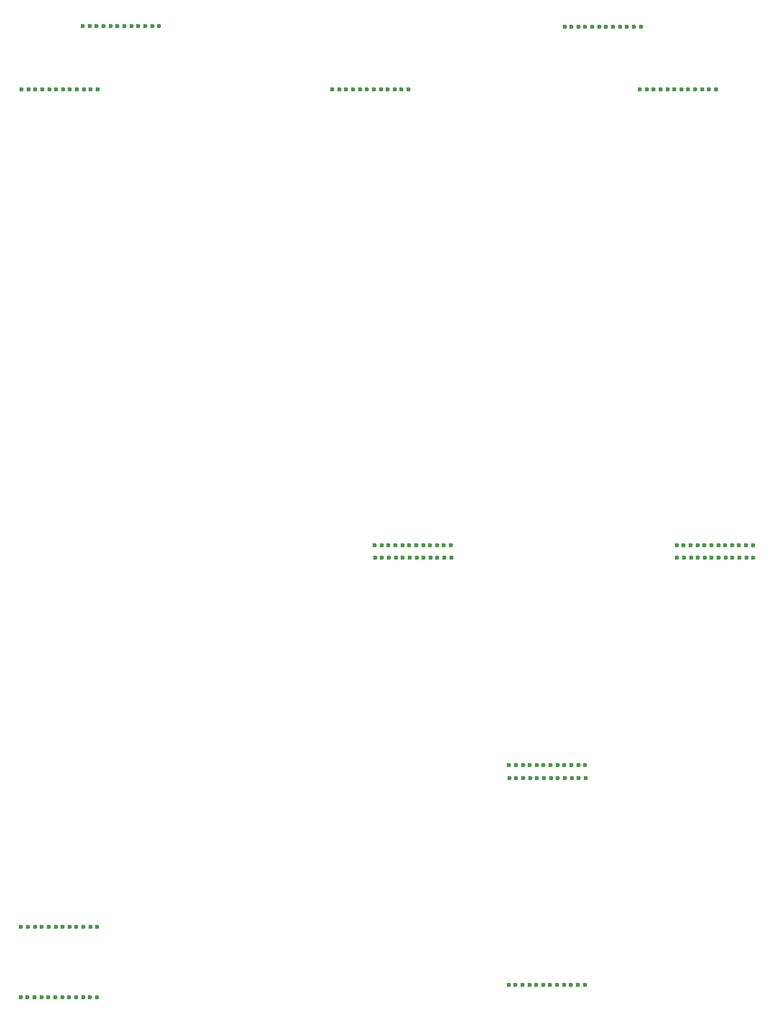
<source format=gbr>
%TF.GenerationSoftware,KiCad,Pcbnew,(6.0.5)*%
%TF.CreationDate,2022-08-06T09:39:30+09:00*%
%TF.ProjectId,ergotonic_f24_parts,6572676f-746f-46e6-9963-5f6632345f70,rev?*%
%TF.SameCoordinates,Original*%
%TF.FileFunction,Soldermask,Top*%
%TF.FilePolarity,Negative*%
%FSLAX46Y46*%
G04 Gerber Fmt 4.6, Leading zero omitted, Abs format (unit mm)*
G04 Created by KiCad (PCBNEW (6.0.5)) date 2022-08-06 09:39:30*
%MOMM*%
%LPD*%
G01*
G04 APERTURE LIST*
%ADD10C,0.600000*%
G04 APERTURE END LIST*
D10*
%TO.C,mb8*%
X-72250000Y-123050000D03*
X-65050000Y-123050000D03*
X-73150000Y-123050000D03*
X-67750000Y-123050000D03*
X-69550000Y-123050000D03*
X-71350000Y-123050000D03*
X-74050000Y-123050000D03*
X-70450000Y-123050000D03*
X-65950000Y-123050000D03*
X-68650000Y-123050000D03*
X-66850000Y-123050000D03*
X-74950000Y-123050000D03*
%TD*%
%TO.C,mb29*%
X-49800000Y-6750000D03*
X-53400000Y-6750000D03*
X-51600000Y-6750000D03*
X-55200000Y-6750000D03*
X-48000000Y-6750000D03*
X-57900000Y-6750000D03*
X-52500000Y-6750000D03*
X-56100000Y-6750000D03*
X-54300000Y-6750000D03*
X-50700000Y-6750000D03*
X-57000000Y-6750000D03*
X-48900000Y-6750000D03*
%TD*%
%TO.C,mb15*%
X-74900000Y-94500000D03*
X-68600000Y-94500000D03*
X-67700000Y-94500000D03*
X-66800000Y-94500000D03*
X-65900000Y-94500000D03*
X-65000000Y-94500000D03*
X-72200000Y-94500000D03*
X-73100000Y-94500000D03*
X-74000000Y-94500000D03*
X-69500000Y-94500000D03*
X-71300000Y-94500000D03*
X-70400000Y-94500000D03*
%TD*%
%TO.C,mb1*%
X-129350000Y-124650000D03*
X-128450000Y-124650000D03*
X-132950000Y-124650000D03*
X-134750000Y-124650000D03*
X-132050000Y-124650000D03*
X-130250000Y-124650000D03*
X-131150000Y-124650000D03*
X-136550000Y-124650000D03*
X-133850000Y-124650000D03*
X-137450000Y-124650000D03*
X-138350000Y-124650000D03*
X-135650000Y-124650000D03*
%TD*%
%TO.C,mb27*%
X-57775000Y1375000D03*
X-62275000Y1375000D03*
X-58675000Y1375000D03*
X-67675000Y1375000D03*
X-65875000Y1375000D03*
X-64975000Y1375000D03*
X-66775000Y1375000D03*
X-59575000Y1375000D03*
X-60475000Y1375000D03*
X-63175000Y1375000D03*
X-61375000Y1375000D03*
X-64075000Y1375000D03*
%TD*%
%TO.C,mb12*%
X-51250000Y-67600000D03*
X-47650000Y-67600000D03*
X-48550000Y-67600000D03*
X-43150000Y-67600000D03*
X-44950000Y-67600000D03*
X-44050000Y-67600000D03*
X-49450000Y-67600000D03*
X-45850000Y-67600000D03*
X-52150000Y-67600000D03*
X-53050000Y-67600000D03*
X-50350000Y-67600000D03*
X-46750000Y-67600000D03*
%TD*%
%TO.C,mb30*%
X-87950000Y-6750000D03*
X-97850000Y-6750000D03*
X-93350000Y-6750000D03*
X-89750000Y-6750000D03*
X-88850000Y-6750000D03*
X-92450000Y-6750000D03*
X-95150000Y-6750000D03*
X-91550000Y-6750000D03*
X-96050000Y-6750000D03*
X-94250000Y-6750000D03*
X-90650000Y-6750000D03*
X-96950000Y-6750000D03*
%TD*%
%TO.C,mb19*%
X-90550000Y-66000000D03*
X-85150000Y-66000000D03*
X-82450000Y-66000000D03*
X-87850000Y-66000000D03*
X-86950000Y-66000000D03*
X-92350000Y-66000000D03*
X-83350000Y-66000000D03*
X-89650000Y-66000000D03*
X-86050000Y-66000000D03*
X-88750000Y-66000000D03*
X-91450000Y-66000000D03*
X-84250000Y-66000000D03*
%TD*%
%TO.C,mb20*%
X-89600000Y-67600000D03*
X-86000000Y-67600000D03*
X-84200000Y-67600000D03*
X-91400000Y-67600000D03*
X-87800000Y-67600000D03*
X-92300000Y-67600000D03*
X-90500000Y-67600000D03*
X-88700000Y-67600000D03*
X-82400000Y-67600000D03*
X-83300000Y-67600000D03*
X-86900000Y-67600000D03*
X-85100000Y-67600000D03*
%TD*%
%TO.C,mb27*%
X-130150000Y-6750000D03*
X-133750000Y-6750000D03*
X-137350000Y-6750000D03*
X-134650000Y-6750000D03*
X-132850000Y-6750000D03*
X-135550000Y-6750000D03*
X-136450000Y-6750000D03*
X-131050000Y-6750000D03*
X-129250000Y-6750000D03*
X-138250000Y-6750000D03*
X-131950000Y-6750000D03*
X-128350000Y-6750000D03*
%TD*%
%TO.C,mb2*%
X-129300000Y-115500000D03*
X-133800000Y-115500000D03*
X-128400000Y-115500000D03*
X-131100000Y-115500000D03*
X-132000000Y-115500000D03*
X-130200000Y-115500000D03*
X-136500000Y-115500000D03*
X-135600000Y-115500000D03*
X-138300000Y-115500000D03*
X-132900000Y-115500000D03*
X-137400000Y-115500000D03*
X-134700000Y-115500000D03*
%TD*%
%TO.C,mb16*%
X-44100000Y-66000000D03*
X-47700000Y-66000000D03*
X-45000000Y-66000000D03*
X-43200000Y-66000000D03*
X-49500000Y-66000000D03*
X-46800000Y-66000000D03*
X-48600000Y-66000000D03*
X-51300000Y-66000000D03*
X-52200000Y-66000000D03*
X-53100000Y-66000000D03*
X-45900000Y-66000000D03*
X-50400000Y-66000000D03*
%TD*%
%TO.C,mb27*%
X-130275000Y1400000D03*
X-121275000Y1400000D03*
X-122175000Y1400000D03*
X-126675000Y1400000D03*
X-120375000Y1400000D03*
X-123975000Y1400000D03*
X-129375000Y1400000D03*
X-123075000Y1400000D03*
X-125775000Y1400000D03*
X-128475000Y1400000D03*
X-124875000Y1400000D03*
X-127575000Y1400000D03*
%TD*%
%TO.C,mb11*%
X-64950000Y-96200000D03*
X-68550000Y-96200000D03*
X-65850000Y-96200000D03*
X-73050000Y-96200000D03*
X-66750000Y-96200000D03*
X-73950000Y-96200000D03*
X-74850000Y-96200000D03*
X-70350000Y-96200000D03*
X-72150000Y-96200000D03*
X-71250000Y-96200000D03*
X-67650000Y-96200000D03*
X-69450000Y-96200000D03*
%TD*%
M02*

</source>
